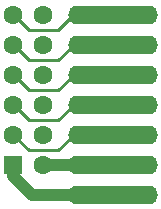
<source format=gbl>
%FSLAX46Y46*%
G04 Gerber Fmt 4.6, Leading zero omitted, Abs format (unit mm)*
G04 Created by KiCad (PCBNEW (2014-08-05 BZR 5054)-product) date Sun 07 Dec 2014 10:25:36 PM PST*
%MOMM*%
G01*
G04 APERTURE LIST*
%ADD10C,0.100000*%
%ADD11O,7.600000X1.600000*%
%ADD12R,1.600000X1.500000*%
%ADD13C,1.600000*%
%ADD14C,1.000000*%
%ADD15C,0.250000*%
G04 APERTURE END LIST*
D10*
D11*
X10000000Y-16600000D03*
X10000000Y-14060000D03*
X10000000Y-11520000D03*
X10000000Y-8980000D03*
X10000000Y-6440000D03*
X10000000Y-3900000D03*
X10000000Y-1360000D03*
D12*
X1600000Y-14100000D03*
D13*
X4140000Y-14100000D03*
X1600000Y-11560000D03*
X4140000Y-11560000D03*
X1600000Y-9020000D03*
X4140000Y-9020000D03*
X1600000Y-6480000D03*
X4140000Y-6480000D03*
X1600000Y-3940000D03*
X4140000Y-3940000D03*
X1600000Y-1400000D03*
X4140000Y-1400000D03*
D14*
X1600000Y-15000000D02*
X3200000Y-16600000D01*
X3200000Y-16600000D02*
X10000000Y-16600000D01*
X1600000Y-14100000D02*
X1600000Y-15000000D01*
X9960000Y-14100000D02*
X10000000Y-14060000D01*
X4140000Y-14100000D02*
X9960000Y-14100000D01*
D15*
X6730000Y-11520000D02*
X10000000Y-11520000D01*
X5400000Y-12850000D02*
X6730000Y-11520000D01*
X2900000Y-12850000D02*
X5400000Y-12850000D01*
X1610000Y-11560000D02*
X2900000Y-12850000D01*
X1600000Y-11560000D02*
X1610000Y-11560000D01*
X6720000Y-8980000D02*
X10000000Y-8980000D01*
X5400000Y-10300000D02*
X6720000Y-8980000D01*
X2900000Y-10300000D02*
X5400000Y-10300000D01*
X1620000Y-9020000D02*
X2900000Y-10300000D01*
X1600000Y-9020000D02*
X1620000Y-9020000D01*
X6710000Y-6440000D02*
X10000000Y-6440000D01*
X5400000Y-7750000D02*
X6710000Y-6440000D01*
X2900000Y-7750000D02*
X5400000Y-7750000D01*
X1630000Y-6480000D02*
X2900000Y-7750000D01*
X1600000Y-6480000D02*
X1630000Y-6480000D01*
X6700000Y-3900000D02*
X10000000Y-3900000D01*
X5400000Y-5200000D02*
X6700000Y-3900000D01*
X2900000Y-5200000D02*
X5400000Y-5200000D01*
X1640000Y-3940000D02*
X2900000Y-5200000D01*
X1600000Y-3940000D02*
X1640000Y-3940000D01*
X6690000Y-1360000D02*
X10000000Y-1360000D01*
X5400000Y-2650000D02*
X6690000Y-1360000D01*
X2900000Y-2650000D02*
X5400000Y-2650000D01*
X1650000Y-1400000D02*
X2900000Y-2650000D01*
X1600000Y-1400000D02*
X1650000Y-1400000D01*
M02*

</source>
